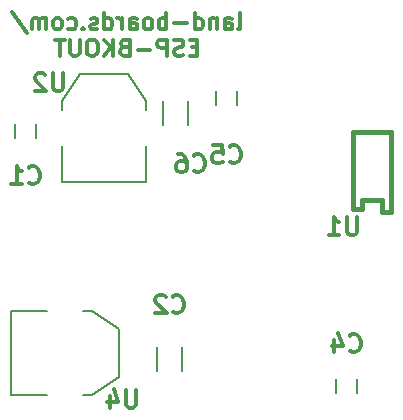
<source format=gbo>
G04 #@! TF.FileFunction,Legend,Bot*
%FSLAX46Y46*%
G04 Gerber Fmt 4.6, Leading zero omitted, Abs format (unit mm)*
G04 Created by KiCad (PCBNEW (after 2015-mar-04 BZR unknown)-product) date 7/24/2015 5:09:29 PM*
%MOMM*%
G01*
G04 APERTURE LIST*
%ADD10C,0.150000*%
%ADD11C,0.304800*%
%ADD12C,0.381000*%
G04 APERTURE END LIST*
D10*
D11*
X42874595Y-12709676D02*
X43007642Y-12643152D01*
X43074166Y-12510105D01*
X43074166Y-11312676D01*
X41743690Y-12709676D02*
X41743690Y-11977914D01*
X41810213Y-11844867D01*
X41943261Y-11778343D01*
X42209356Y-11778343D01*
X42342404Y-11844867D01*
X41743690Y-12643152D02*
X41876737Y-12709676D01*
X42209356Y-12709676D01*
X42342404Y-12643152D01*
X42408928Y-12510105D01*
X42408928Y-12377057D01*
X42342404Y-12244010D01*
X42209356Y-12177486D01*
X41876737Y-12177486D01*
X41743690Y-12110962D01*
X41078452Y-11778343D02*
X41078452Y-12709676D01*
X41078452Y-11911390D02*
X41011928Y-11844867D01*
X40878881Y-11778343D01*
X40679309Y-11778343D01*
X40546261Y-11844867D01*
X40479738Y-11977914D01*
X40479738Y-12709676D01*
X39215786Y-12709676D02*
X39215786Y-11312676D01*
X39215786Y-12643152D02*
X39348833Y-12709676D01*
X39614929Y-12709676D01*
X39747976Y-12643152D01*
X39814500Y-12576629D01*
X39881024Y-12443581D01*
X39881024Y-12044438D01*
X39814500Y-11911390D01*
X39747976Y-11844867D01*
X39614929Y-11778343D01*
X39348833Y-11778343D01*
X39215786Y-11844867D01*
X38550548Y-12177486D02*
X37486167Y-12177486D01*
X36820929Y-12709676D02*
X36820929Y-11312676D01*
X36820929Y-11844867D02*
X36687881Y-11778343D01*
X36421786Y-11778343D01*
X36288738Y-11844867D01*
X36222215Y-11911390D01*
X36155691Y-12044438D01*
X36155691Y-12443581D01*
X36222215Y-12576629D01*
X36288738Y-12643152D01*
X36421786Y-12709676D01*
X36687881Y-12709676D01*
X36820929Y-12643152D01*
X35357406Y-12709676D02*
X35490453Y-12643152D01*
X35556977Y-12576629D01*
X35623501Y-12443581D01*
X35623501Y-12044438D01*
X35556977Y-11911390D01*
X35490453Y-11844867D01*
X35357406Y-11778343D01*
X35157834Y-11778343D01*
X35024786Y-11844867D01*
X34958263Y-11911390D01*
X34891739Y-12044438D01*
X34891739Y-12443581D01*
X34958263Y-12576629D01*
X35024786Y-12643152D01*
X35157834Y-12709676D01*
X35357406Y-12709676D01*
X33694311Y-12709676D02*
X33694311Y-11977914D01*
X33760834Y-11844867D01*
X33893882Y-11778343D01*
X34159977Y-11778343D01*
X34293025Y-11844867D01*
X33694311Y-12643152D02*
X33827358Y-12709676D01*
X34159977Y-12709676D01*
X34293025Y-12643152D01*
X34359549Y-12510105D01*
X34359549Y-12377057D01*
X34293025Y-12244010D01*
X34159977Y-12177486D01*
X33827358Y-12177486D01*
X33694311Y-12110962D01*
X33029073Y-12709676D02*
X33029073Y-11778343D01*
X33029073Y-12044438D02*
X32962549Y-11911390D01*
X32896025Y-11844867D01*
X32762978Y-11778343D01*
X32629930Y-11778343D01*
X31565549Y-12709676D02*
X31565549Y-11312676D01*
X31565549Y-12643152D02*
X31698596Y-12709676D01*
X31964692Y-12709676D01*
X32097739Y-12643152D01*
X32164263Y-12576629D01*
X32230787Y-12443581D01*
X32230787Y-12044438D01*
X32164263Y-11911390D01*
X32097739Y-11844867D01*
X31964692Y-11778343D01*
X31698596Y-11778343D01*
X31565549Y-11844867D01*
X30966835Y-12643152D02*
X30833787Y-12709676D01*
X30567692Y-12709676D01*
X30434644Y-12643152D01*
X30368120Y-12510105D01*
X30368120Y-12443581D01*
X30434644Y-12310533D01*
X30567692Y-12244010D01*
X30767263Y-12244010D01*
X30900311Y-12177486D01*
X30966835Y-12044438D01*
X30966835Y-11977914D01*
X30900311Y-11844867D01*
X30767263Y-11778343D01*
X30567692Y-11778343D01*
X30434644Y-11844867D01*
X29769406Y-12576629D02*
X29702882Y-12643152D01*
X29769406Y-12709676D01*
X29835930Y-12643152D01*
X29769406Y-12576629D01*
X29769406Y-12709676D01*
X28505454Y-12643152D02*
X28638501Y-12709676D01*
X28904597Y-12709676D01*
X29037644Y-12643152D01*
X29104168Y-12576629D01*
X29170692Y-12443581D01*
X29170692Y-12044438D01*
X29104168Y-11911390D01*
X29037644Y-11844867D01*
X28904597Y-11778343D01*
X28638501Y-11778343D01*
X28505454Y-11844867D01*
X27707168Y-12709676D02*
X27840215Y-12643152D01*
X27906739Y-12576629D01*
X27973263Y-12443581D01*
X27973263Y-12044438D01*
X27906739Y-11911390D01*
X27840215Y-11844867D01*
X27707168Y-11778343D01*
X27507596Y-11778343D01*
X27374548Y-11844867D01*
X27308025Y-11911390D01*
X27241501Y-12044438D01*
X27241501Y-12443581D01*
X27308025Y-12576629D01*
X27374548Y-12643152D01*
X27507596Y-12709676D01*
X27707168Y-12709676D01*
X26642787Y-12709676D02*
X26642787Y-11778343D01*
X26642787Y-11911390D02*
X26576263Y-11844867D01*
X26443216Y-11778343D01*
X26243644Y-11778343D01*
X26110596Y-11844867D01*
X26044073Y-11977914D01*
X26044073Y-12709676D01*
X26044073Y-11977914D02*
X25977549Y-11844867D01*
X25844501Y-11778343D01*
X25644930Y-11778343D01*
X25511882Y-11844867D01*
X25445358Y-11977914D01*
X25445358Y-12709676D01*
X23782263Y-11246152D02*
X24979691Y-13042295D01*
X39448619Y-14238514D02*
X38982952Y-14238514D01*
X38783381Y-14970276D02*
X39448619Y-14970276D01*
X39448619Y-13573276D01*
X38783381Y-13573276D01*
X38251191Y-14903752D02*
X38051619Y-14970276D01*
X37719000Y-14970276D01*
X37585953Y-14903752D01*
X37519429Y-14837229D01*
X37452905Y-14704181D01*
X37452905Y-14571133D01*
X37519429Y-14438086D01*
X37585953Y-14371562D01*
X37719000Y-14305038D01*
X37985096Y-14238514D01*
X38118143Y-14171990D01*
X38184667Y-14105467D01*
X38251191Y-13972419D01*
X38251191Y-13839371D01*
X38184667Y-13706324D01*
X38118143Y-13639800D01*
X37985096Y-13573276D01*
X37652476Y-13573276D01*
X37452905Y-13639800D01*
X36854191Y-14970276D02*
X36854191Y-13573276D01*
X36322000Y-13573276D01*
X36188953Y-13639800D01*
X36122429Y-13706324D01*
X36055905Y-13839371D01*
X36055905Y-14038943D01*
X36122429Y-14171990D01*
X36188953Y-14238514D01*
X36322000Y-14305038D01*
X36854191Y-14305038D01*
X35457191Y-14438086D02*
X34392810Y-14438086D01*
X33261905Y-14238514D02*
X33062334Y-14305038D01*
X32995810Y-14371562D01*
X32929286Y-14504610D01*
X32929286Y-14704181D01*
X32995810Y-14837229D01*
X33062334Y-14903752D01*
X33195381Y-14970276D01*
X33727572Y-14970276D01*
X33727572Y-13573276D01*
X33261905Y-13573276D01*
X33128858Y-13639800D01*
X33062334Y-13706324D01*
X32995810Y-13839371D01*
X32995810Y-13972419D01*
X33062334Y-14105467D01*
X33128858Y-14171990D01*
X33261905Y-14238514D01*
X33727572Y-14238514D01*
X32330572Y-14970276D02*
X32330572Y-13573276D01*
X31532286Y-14970276D02*
X32131001Y-14171990D01*
X31532286Y-13573276D02*
X32330572Y-14371562D01*
X30667477Y-13573276D02*
X30401381Y-13573276D01*
X30268334Y-13639800D01*
X30135286Y-13772848D01*
X30068762Y-14038943D01*
X30068762Y-14504610D01*
X30135286Y-14770705D01*
X30268334Y-14903752D01*
X30401381Y-14970276D01*
X30667477Y-14970276D01*
X30800524Y-14903752D01*
X30933572Y-14770705D01*
X31000096Y-14504610D01*
X31000096Y-14038943D01*
X30933572Y-13772848D01*
X30800524Y-13639800D01*
X30667477Y-13573276D01*
X29470048Y-13573276D02*
X29470048Y-14704181D01*
X29403524Y-14837229D01*
X29337000Y-14903752D01*
X29203953Y-14970276D01*
X28937857Y-14970276D01*
X28804810Y-14903752D01*
X28738286Y-14837229D01*
X28671762Y-14704181D01*
X28671762Y-13573276D01*
X28206095Y-13573276D02*
X27407810Y-13573276D01*
X27806953Y-14970276D02*
X27806953Y-13573276D01*
D10*
X42785000Y-19142000D02*
X42785000Y-17942000D01*
X41035000Y-17942000D02*
X41035000Y-19142000D01*
X38667000Y-20812000D02*
X38667000Y-18812000D01*
X36517000Y-18812000D02*
X36517000Y-20812000D01*
D12*
X55852000Y-28138000D02*
X55852000Y-21388000D01*
X55852000Y-21388000D02*
X52602000Y-21388000D01*
X52602000Y-21388000D02*
X52602000Y-27888000D01*
X52602000Y-27888000D02*
X53352000Y-27888000D01*
X53352000Y-27888000D02*
X53352000Y-27138000D01*
X53352000Y-27138000D02*
X55102000Y-27138000D01*
X55102000Y-27138000D02*
X55102000Y-28138000D01*
X55102000Y-28138000D02*
X55852000Y-28138000D01*
D10*
X35052000Y-22606000D02*
X35052000Y-25654000D01*
X35052000Y-25654000D02*
X27940000Y-25654000D01*
X27940000Y-25654000D02*
X27940000Y-22606000D01*
X35052000Y-19558000D02*
X35052000Y-18796000D01*
X35052000Y-18796000D02*
X33528000Y-16510000D01*
X33528000Y-16510000D02*
X29464000Y-16510000D01*
X29464000Y-16510000D02*
X27940000Y-18796000D01*
X27940000Y-18796000D02*
X27940000Y-19558000D01*
X24017000Y-20736000D02*
X24017000Y-21936000D01*
X25767000Y-21936000D02*
X25767000Y-20736000D01*
X38159000Y-41640000D02*
X38159000Y-39640000D01*
X36009000Y-39640000D02*
X36009000Y-41640000D01*
X52945000Y-43526000D02*
X52945000Y-42326000D01*
X51195000Y-42326000D02*
X51195000Y-43526000D01*
X26670000Y-43688000D02*
X23622000Y-43688000D01*
X23622000Y-43688000D02*
X23622000Y-36576000D01*
X23622000Y-36576000D02*
X26670000Y-36576000D01*
X29718000Y-43688000D02*
X30480000Y-43688000D01*
X30480000Y-43688000D02*
X32766000Y-42164000D01*
X32766000Y-42164000D02*
X32766000Y-38100000D01*
X32766000Y-38100000D02*
X30480000Y-36576000D01*
X30480000Y-36576000D02*
X29718000Y-36576000D01*
D11*
X42164000Y-23912286D02*
X42236571Y-23984857D01*
X42454285Y-24057429D01*
X42599428Y-24057429D01*
X42817143Y-23984857D01*
X42962285Y-23839714D01*
X43034857Y-23694571D01*
X43107428Y-23404286D01*
X43107428Y-23186571D01*
X43034857Y-22896286D01*
X42962285Y-22751143D01*
X42817143Y-22606000D01*
X42599428Y-22533429D01*
X42454285Y-22533429D01*
X42236571Y-22606000D01*
X42164000Y-22678571D01*
X40785143Y-22533429D02*
X41510857Y-22533429D01*
X41583428Y-23259143D01*
X41510857Y-23186571D01*
X41365714Y-23114000D01*
X41002857Y-23114000D01*
X40857714Y-23186571D01*
X40785143Y-23259143D01*
X40712571Y-23404286D01*
X40712571Y-23767143D01*
X40785143Y-23912286D01*
X40857714Y-23984857D01*
X41002857Y-24057429D01*
X41365714Y-24057429D01*
X41510857Y-23984857D01*
X41583428Y-23912286D01*
X39116000Y-24674286D02*
X39188571Y-24746857D01*
X39406285Y-24819429D01*
X39551428Y-24819429D01*
X39769143Y-24746857D01*
X39914285Y-24601714D01*
X39986857Y-24456571D01*
X40059428Y-24166286D01*
X40059428Y-23948571D01*
X39986857Y-23658286D01*
X39914285Y-23513143D01*
X39769143Y-23368000D01*
X39551428Y-23295429D01*
X39406285Y-23295429D01*
X39188571Y-23368000D01*
X39116000Y-23440571D01*
X37809714Y-23295429D02*
X38100000Y-23295429D01*
X38245143Y-23368000D01*
X38317714Y-23440571D01*
X38462857Y-23658286D01*
X38535428Y-23948571D01*
X38535428Y-24529143D01*
X38462857Y-24674286D01*
X38390285Y-24746857D01*
X38245143Y-24819429D01*
X37954857Y-24819429D01*
X37809714Y-24746857D01*
X37737143Y-24674286D01*
X37664571Y-24529143D01*
X37664571Y-24166286D01*
X37737143Y-24021143D01*
X37809714Y-23948571D01*
X37954857Y-23876000D01*
X38245143Y-23876000D01*
X38390285Y-23948571D01*
X38462857Y-24021143D01*
X38535428Y-24166286D01*
X52977143Y-28629429D02*
X52977143Y-29863143D01*
X52904571Y-30008286D01*
X52832000Y-30080857D01*
X52686857Y-30153429D01*
X52396571Y-30153429D01*
X52251429Y-30080857D01*
X52178857Y-30008286D01*
X52106286Y-29863143D01*
X52106286Y-28629429D01*
X50582286Y-30153429D02*
X51453143Y-30153429D01*
X51017715Y-30153429D02*
X51017715Y-28629429D01*
X51162858Y-28847143D01*
X51308000Y-28992286D01*
X51453143Y-29064857D01*
X28085143Y-16437429D02*
X28085143Y-17671143D01*
X28012571Y-17816286D01*
X27940000Y-17888857D01*
X27794857Y-17961429D01*
X27504571Y-17961429D01*
X27359429Y-17888857D01*
X27286857Y-17816286D01*
X27214286Y-17671143D01*
X27214286Y-16437429D01*
X26561143Y-16582571D02*
X26488572Y-16510000D01*
X26343429Y-16437429D01*
X25980572Y-16437429D01*
X25835429Y-16510000D01*
X25762858Y-16582571D01*
X25690286Y-16727714D01*
X25690286Y-16872857D01*
X25762858Y-17090571D01*
X26633715Y-17961429D01*
X25690286Y-17961429D01*
X25146000Y-25690286D02*
X25218571Y-25762857D01*
X25436285Y-25835429D01*
X25581428Y-25835429D01*
X25799143Y-25762857D01*
X25944285Y-25617714D01*
X26016857Y-25472571D01*
X26089428Y-25182286D01*
X26089428Y-24964571D01*
X26016857Y-24674286D01*
X25944285Y-24529143D01*
X25799143Y-24384000D01*
X25581428Y-24311429D01*
X25436285Y-24311429D01*
X25218571Y-24384000D01*
X25146000Y-24456571D01*
X23694571Y-25835429D02*
X24565428Y-25835429D01*
X24130000Y-25835429D02*
X24130000Y-24311429D01*
X24275143Y-24529143D01*
X24420285Y-24674286D01*
X24565428Y-24746857D01*
X37338000Y-36612286D02*
X37410571Y-36684857D01*
X37628285Y-36757429D01*
X37773428Y-36757429D01*
X37991143Y-36684857D01*
X38136285Y-36539714D01*
X38208857Y-36394571D01*
X38281428Y-36104286D01*
X38281428Y-35886571D01*
X38208857Y-35596286D01*
X38136285Y-35451143D01*
X37991143Y-35306000D01*
X37773428Y-35233429D01*
X37628285Y-35233429D01*
X37410571Y-35306000D01*
X37338000Y-35378571D01*
X36757428Y-35378571D02*
X36684857Y-35306000D01*
X36539714Y-35233429D01*
X36176857Y-35233429D01*
X36031714Y-35306000D01*
X35959143Y-35378571D01*
X35886571Y-35523714D01*
X35886571Y-35668857D01*
X35959143Y-35886571D01*
X36830000Y-36757429D01*
X35886571Y-36757429D01*
X52324000Y-39914286D02*
X52396571Y-39986857D01*
X52614285Y-40059429D01*
X52759428Y-40059429D01*
X52977143Y-39986857D01*
X53122285Y-39841714D01*
X53194857Y-39696571D01*
X53267428Y-39406286D01*
X53267428Y-39188571D01*
X53194857Y-38898286D01*
X53122285Y-38753143D01*
X52977143Y-38608000D01*
X52759428Y-38535429D01*
X52614285Y-38535429D01*
X52396571Y-38608000D01*
X52324000Y-38680571D01*
X51017714Y-39043429D02*
X51017714Y-40059429D01*
X51380571Y-38462857D02*
X51743428Y-39551429D01*
X50800000Y-39551429D01*
X34261143Y-43265429D02*
X34261143Y-44499143D01*
X34188571Y-44644286D01*
X34116000Y-44716857D01*
X33970857Y-44789429D01*
X33680571Y-44789429D01*
X33535429Y-44716857D01*
X33462857Y-44644286D01*
X33390286Y-44499143D01*
X33390286Y-43265429D01*
X32011429Y-43773429D02*
X32011429Y-44789429D01*
X32374286Y-43192857D02*
X32737143Y-44281429D01*
X31793715Y-44281429D01*
M02*

</source>
